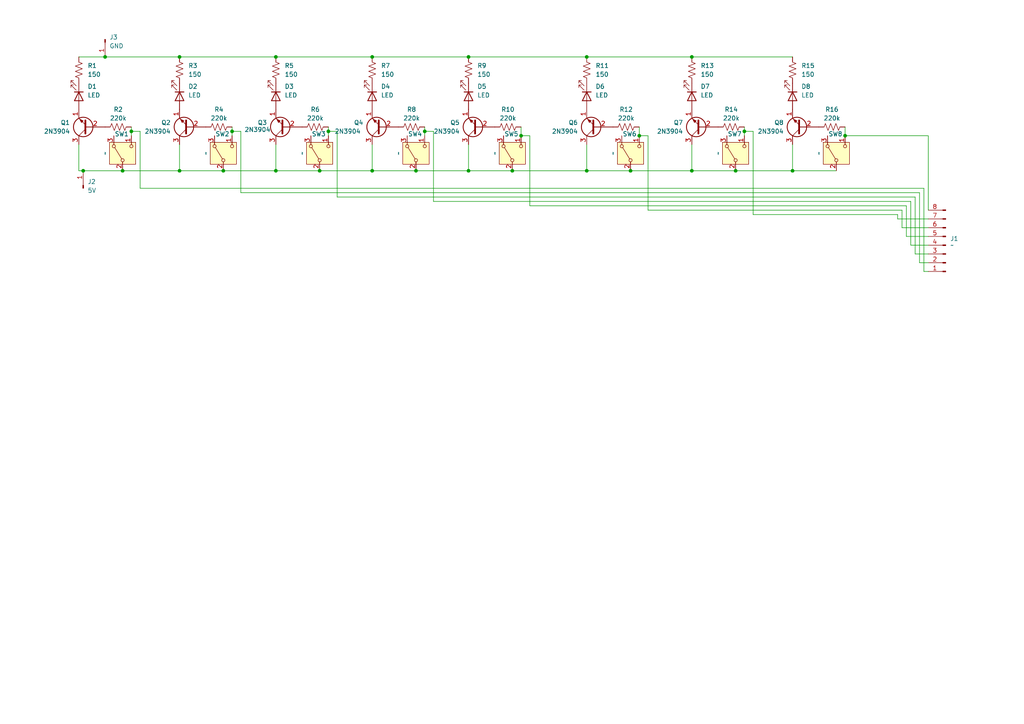
<source format=kicad_sch>
(kicad_sch (version 20231120) (generator "eeschema") (generator_version "8.0")
  (paper "A4")
  (lib_symbols
    (symbol "Connector:Conn_01x01_Pin" (pin_names (offset 1.016) hide)
      (property "Reference" "J" (at 0 2.54 0))
      (property "Value" "Conn_01x01_Pin" (at 0 -2.54 0))
      (symbol "Conn_01x01_Pin_1_1"
        (polyline (pts (xy 1.27 0) (xy 0.8636 0)) (stroke (width 0.1524)))
        (rectangle (start 0.8636 0.127) (end 0 -0.127) (stroke (width 0.1524)) (fill (type outline)))
        (pin passive line (at 5.08 0 180) (length 3.81) (name "Pin_1") (number "1"))
      )
    )
    (symbol "Connector:Conn_01x08_Pin" (pin_names (offset 1.016) hide)
      (property "Reference" "J" (at 0 10.16 0))
      (property "Value" "Conn_01x08_Pin" (at 0 -12.7 0))
      (symbol "Conn_01x08_Pin_1_1"
        (polyline (pts (xy 1.27 -10.16) (xy 0.8636 -10.16)) (stroke (width 0.1524)))
        (polyline (pts (xy 1.27 -7.62) (xy 0.8636 -7.62)) (stroke (width 0.1524)))
        (polyline (pts (xy 1.27 -5.08) (xy 0.8636 -5.08)) (stroke (width 0.1524)))
        (polyline (pts (xy 1.27 -2.54) (xy 0.8636 -2.54)) (stroke (width 0.1524)))
        (polyline (pts (xy 1.27 0) (xy 0.8636 0)) (stroke (width 0.1524)))
        (polyline (pts (xy 1.27 2.54) (xy 0.8636 2.54)) (stroke (width 0.1524)))
        (polyline (pts (xy 1.27 5.08) (xy 0.8636 5.08)) (stroke (width 0.1524)))
        (polyline (pts (xy 1.27 7.62) (xy 0.8636 7.62)) (stroke (width 0.1524)))
        (rectangle (start 0.8636 -10.033) (end 0 -10.287) (stroke (width 0.1524)) (fill (type outline)))
        (rectangle (start 0.8636 -7.493) (end 0 -7.747) (stroke (width 0.1524)) (fill (type outline)))
        (rectangle (start 0.8636 -4.953) (end 0 -5.207) (stroke (width 0.1524)) (fill (type outline)))
        (rectangle (start 0.8636 -2.413) (end 0 -2.667) (stroke (width 0.1524)) (fill (type outline)))
        (rectangle (start 0.8636 0.127) (end 0 -0.127) (stroke (width 0.1524)) (fill (type outline)))
        (rectangle (start 0.8636 2.667) (end 0 2.413) (stroke (width 0.1524)) (fill (type outline)))
        (rectangle (start 0.8636 5.207) (end 0 4.953) (stroke (width 0.1524)) (fill (type outline)))
        (rectangle (start 0.8636 7.747) (end 0 7.493) (stroke (width 0.1524)) (fill (type outline)))
        (pin passive line (at 5.08 7.62 180) (length 3.81) (name "Pin_1") (number "1"))
        (pin passive line (at 5.08 5.08 180) (length 3.81) (name "Pin_2") (number "2"))
        (pin passive line (at 5.08 2.54 180) (length 3.81) (name "Pin_3") (number "3"))
        (pin passive line (at 5.08 0 180) (length 3.81) (name "Pin_4") (number "4"))
        (pin passive line (at 5.08 -2.54 180) (length 3.81) (name "Pin_5") (number "5"))
        (pin passive line (at 5.08 -5.08 180) (length 3.81) (name "Pin_6") (number "6"))
        (pin passive line (at 5.08 -7.62 180) (length 3.81) (name "Pin_7") (number "7"))
        (pin passive line (at 5.08 -10.16 180) (length 3.81) (name "Pin_8") (number "8"))
      )
    )
    (symbol "Device:LED" (pin_numbers hide) (pin_names (offset 1.016) hide)
      (property "Reference" "D" (at 0 2.54 0))
      (property "Value" "LED" (at 0 -2.54 0))
      (symbol "LED_0_1"
        (polyline (pts (xy -1.27 -1.27) (xy -1.27 1.27)) (stroke (width 0.254)))
        (polyline (pts (xy -1.27 0) (xy 1.27 0)))
        (polyline (pts (xy 1.27 -1.27) (xy 1.27 1.27) (xy -1.27 0) (xy 1.27 -1.27)) (stroke (width 0.254)))
        (polyline (pts (xy -3.048 -0.762) (xy -4.572 -2.286) (xy -3.81 -2.286) (xy -4.572 -2.286) (xy -4.572 -1.524)))
        (polyline (pts (xy -1.778 -0.762) (xy -3.302 -2.286) (xy -2.54 -2.286) (xy -3.302 -2.286) (xy -3.302 -1.524)))
      )
      (symbol "LED_1_1"
        (pin passive line (at -3.81 0 0) (length 2.54) (name "K") (number "1"))
        (pin passive line (at 3.81 0 180) (length 2.54) (name "A") (number "2"))
      )
    )
    (symbol "Device:R_US" (pin_numbers hide) (pin_names (offset 0))
      (property "Reference" "R" (at 2.54 0 90))
      (property "Value" "R_US" (at -2.54 0 90))
      (symbol "R_US_0_1"
        (polyline (pts (xy 0 -2.286) (xy 0 -2.54)))
        (polyline (pts (xy 0 2.286) (xy 0 2.54)))
        (polyline (pts (xy 0 -0.762) (xy 1.016 -1.143) (xy 0 -1.524) (xy -1.016 -1.905) (xy 0 -2.286)))
        (polyline (pts (xy 0 0.762) (xy 1.016 0.381) (xy 0 0) (xy -1.016 -0.381) (xy 0 -0.762)))
        (polyline (pts (xy 0 2.286) (xy 1.016 1.905) (xy 0 1.524) (xy -1.016 1.143) (xy 0 0.762)))
      )
      (symbol "R_US_1_1"
        (pin passive line (at 0 3.81 270) (length 1.27) (name "~") (number "1"))
        (pin passive line (at 0 -3.81 90) (length 1.27) (name "~") (number "2"))
      )
    )
    (symbol "Switch:SW_Nidec_CAS-120A1" (pin_names (offset 1) hide)
      (property "Reference" "SW" (at 0 4.318 0))
      (property "Value" "SW_Nidec_CAS-120A1" (at 0 -5.08 0))
      (symbol "SW_Nidec_CAS-120A1_0_1"
        (circle (center -2.032 0) (radius 0.4572))
        (polyline (pts (xy -1.651 0.254) (xy 1.651 2.286)))
        (circle (center 2.032 -2.54) (radius 0.4572))
        (circle (center 2.032 2.54) (radius 0.4572))
      )
      (symbol "SW_Nidec_CAS-120A1_1_1"
        (rectangle (start -3.175 3.81) (end 3.175 -3.81) (fill (type background)))
        (pin passive line (at 5.08 -2.54 180) (length 2.54) (name "C") (number "1"))
        (pin passive line (at -5.08 0 0) (length 2.54) (name "B") (number "2"))
        (pin passive line (at 5.08 2.54 180) (length 2.54) (name "A") (number "3"))
      )
    )
    (symbol "Transistor_BJT:2N3904" (pin_names (offset 0) hide)
      (property "Reference" "Q" (at 5.08 1.905 0))
      (property "Value" "2N3904" (at 5.08 0 0))
      (symbol "2N3904_0_1"
        (polyline (pts (xy 0.635 0.635) (xy 2.54 2.54)))
        (polyline (pts (xy 0.635 -0.635) (xy 2.54 -2.54) (xy 2.54 -2.54)))
        (polyline (pts (xy 0.635 1.905) (xy 0.635 -1.905) (xy 0.635 -1.905)) (stroke (width 0.508)))
        (polyline (pts (xy 1.27 -1.778) (xy 1.778 -1.27) (xy 2.286 -2.286) (xy 1.27 -1.778) (xy 1.27 -1.778)) (fill (type outline)))
        (circle (center 1.27 0) (radius 2.8194) (stroke (width 0.254)))
      )
      (symbol "2N3904_1_1"
        (pin passive line (at 2.54 -5.08 90) (length 2.54) (name "E") (number "1"))
        (pin passive line (at -5.08 0 0) (length 5.715) (name "B") (number "2"))
        (pin passive line (at 2.54 5.08 270) (length 2.54) (name "C") (number "3"))
      )
    )
  )
  (junction (at 52.07 49.53))
  (junction (at 95.25 38.1))
  (junction (at 24.13 49.53))
  (junction (at 182.88 49.53))
  (junction (at 170.18 16.51))
  (junction (at 213.36 49.53))
  (junction (at 148.59 49.53))
  (junction (at 170.18 49.53))
  (junction (at 52.07 16.51))
  (junction (at 80.01 16.51))
  (junction (at 215.9 38.1))
  (junction (at 123.19 38.1))
  (junction (at 107.95 16.51))
  (junction (at 67.31 38.1))
  (junction (at 200.66 49.53))
  (junction (at 30.48 16.51))
  (junction (at 135.89 49.53))
  (junction (at 200.66 16.51))
  (junction (at 38.1 38.1))
  (junction (at 120.65 49.53))
  (junction (at 135.89 16.51))
  (junction (at 185.42 39.37))
  (junction (at 80.01 49.53))
  (junction (at 92.71 49.53))
  (junction (at 229.87 49.53))
  (junction (at 151.13 39.37))
  (junction (at 64.77 49.53))
  (junction (at 107.95 49.53))
  (junction (at 35.56 49.53))
  (junction (at 245.11 39.37))
  (wire (pts (xy 24.13 49.53) (xy 22.86 49.53)))
  (wire (pts (xy 107.95 41.91) (xy 107.95 49.53)))
  (wire (pts (xy 92.71 49.53) (xy 107.95 49.53)))
  (wire (pts (xy 267.97 78.74) (xy 269.24 78.74)))
  (wire (pts (xy 182.88 49.53) (xy 200.66 49.53)))
  (wire (pts (xy 38.1 38.1) (xy 38.1 36.83)))
  (wire (pts (xy 107.95 49.53) (xy 120.65 49.53)))
  (wire (pts (xy 148.59 49.53) (xy 170.18 49.53)))
  (wire (pts (xy 262.89 68.58) (xy 269.24 68.58)))
  (wire (pts (xy 262.89 59.69) (xy 262.89 68.58)))
  (wire (pts (xy 229.87 41.91) (xy 229.87 49.53)))
  (wire (pts (xy 123.19 38.1) (xy 125.73 38.1)))
  (wire (pts (xy 135.89 16.51) (xy 170.18 16.51)))
  (wire (pts (xy 22.86 16.51) (xy 30.48 16.51)))
  (wire (pts (xy 40.64 38.1) (xy 40.64 54.61)))
  (wire (pts (xy 265.43 57.15) (xy 265.43 73.66)))
  (wire (pts (xy 151.13 39.37) (xy 151.13 36.83)))
  (wire (pts (xy 218.44 62.23) (xy 260.35 62.23)))
  (wire (pts (xy 267.97 54.61) (xy 267.97 78.74)))
  (wire (pts (xy 35.56 49.53) (xy 52.07 49.53)))
  (wire (pts (xy 38.1 38.1) (xy 40.64 38.1)))
  (wire (pts (xy 97.79 38.1) (xy 97.79 57.15)))
  (wire (pts (xy 269.24 60.96) (xy 269.24 39.37)))
  (wire (pts (xy 67.31 38.1) (xy 67.31 36.83)))
  (wire (pts (xy 260.35 62.23) (xy 260.35 63.5)))
  (wire (pts (xy 95.25 38.1) (xy 97.79 38.1)))
  (wire (pts (xy 135.89 49.53) (xy 148.59 49.53)))
  (wire (pts (xy 229.87 49.53) (xy 242.57 49.53)))
  (wire (pts (xy 264.16 71.12) (xy 269.24 71.12)))
  (wire (pts (xy 187.96 60.96) (xy 261.62 60.96)))
  (wire (pts (xy 170.18 16.51) (xy 200.66 16.51)))
  (wire (pts (xy 153.67 39.37) (xy 153.67 59.69)))
  (wire (pts (xy 64.77 49.53) (xy 80.01 49.53)))
  (wire (pts (xy 200.66 41.91) (xy 200.66 49.53)))
  (wire (pts (xy 80.01 49.53) (xy 92.71 49.53)))
  (wire (pts (xy 185.42 39.37) (xy 185.42 36.83)))
  (wire (pts (xy 215.9 38.1) (xy 218.44 38.1)))
  (wire (pts (xy 52.07 16.51) (xy 80.01 16.51)))
  (wire (pts (xy 123.19 39.37) (xy 123.19 38.1)))
  (wire (pts (xy 67.31 38.1) (xy 69.85 38.1)))
  (wire (pts (xy 67.31 39.37) (xy 67.31 38.1)))
  (wire (pts (xy 187.96 39.37) (xy 187.96 60.96)))
  (wire (pts (xy 52.07 49.53) (xy 64.77 49.53)))
  (wire (pts (xy 35.56 49.53) (xy 24.13 49.53)))
  (wire (pts (xy 30.48 16.51) (xy 52.07 16.51)))
  (wire (pts (xy 218.44 38.1) (xy 218.44 62.23)))
  (wire (pts (xy 40.64 54.61) (xy 267.97 54.61)))
  (wire (pts (xy 245.11 39.37) (xy 245.11 36.83)))
  (wire (pts (xy 135.89 41.91) (xy 135.89 49.53)))
  (wire (pts (xy 269.24 39.37) (xy 245.11 39.37)))
  (wire (pts (xy 80.01 41.91) (xy 80.01 49.53)))
  (wire (pts (xy 125.73 38.1) (xy 125.73 58.42)))
  (wire (pts (xy 261.62 66.04) (xy 269.24 66.04)))
  (wire (pts (xy 200.66 49.53) (xy 213.36 49.53)))
  (wire (pts (xy 80.01 16.51) (xy 107.95 16.51)))
  (wire (pts (xy 69.85 38.1) (xy 69.85 55.88)))
  (wire (pts (xy 153.67 59.69) (xy 262.89 59.69)))
  (wire (pts (xy 266.7 76.2) (xy 269.24 76.2)))
  (wire (pts (xy 260.35 63.5) (xy 269.24 63.5)))
  (wire (pts (xy 95.25 38.1) (xy 95.25 36.83)))
  (wire (pts (xy 123.19 38.1) (xy 123.19 36.83)))
  (wire (pts (xy 264.16 58.42) (xy 264.16 71.12)))
  (wire (pts (xy 170.18 41.91) (xy 170.18 49.53)))
  (wire (pts (xy 266.7 55.88) (xy 266.7 76.2)))
  (wire (pts (xy 200.66 16.51) (xy 229.87 16.51)))
  (wire (pts (xy 261.62 60.96) (xy 261.62 66.04)))
  (wire (pts (xy 120.65 49.53) (xy 135.89 49.53)))
  (wire (pts (xy 52.07 41.91) (xy 52.07 49.53)))
  (wire (pts (xy 215.9 39.37) (xy 215.9 38.1)))
  (wire (pts (xy 22.86 49.53) (xy 22.86 41.91)))
  (wire (pts (xy 265.43 73.66) (xy 269.24 73.66)))
  (wire (pts (xy 151.13 39.37) (xy 153.67 39.37)))
  (wire (pts (xy 215.9 38.1) (xy 215.9 36.83)))
  (wire (pts (xy 185.42 39.37) (xy 187.96 39.37)))
  (wire (pts (xy 97.79 57.15) (xy 265.43 57.15)))
  (wire (pts (xy 125.73 58.42) (xy 264.16 58.42)))
  (wire (pts (xy 95.25 39.37) (xy 95.25 38.1)))
  (wire (pts (xy 69.85 55.88) (xy 266.7 55.88)))
  (wire (pts (xy 213.36 49.53) (xy 229.87 49.53)))
  (wire (pts (xy 170.18 49.53) (xy 182.88 49.53)))
  (wire (pts (xy 107.95 16.51) (xy 135.89 16.51)))
  (wire (pts (xy 38.1 39.37) (xy 38.1 38.1)))
  (symbol (lib_id "Device:R_US") (at 229.87 20.32 0) (unit 1)
    (property "Reference" "R15" (at 232.41 19.0499 0) (effects (justify left)))
    (property "Value" "150" (at 232.41 21.5899 0) (effects (justify left)))
    (property "Footprint" "Resistor_THT:R_Axial_DIN0204_L3.6mm_D1.6mm_P1.90mm_Vertical" (effects (hide yes)))
    (property "Description" "Resistor, US symbol" (effects (hide yes)))
  )
  (symbol (lib_id "Device:R_US") (at 212.09 36.83 90) (unit 1)
    (property "Reference" "R14" (at 212.09 31.75 90))
    (property "Value" "220k" (at 212.09 34.29 90))
    (property "Footprint" "Resistor_THT:R_Axial_DIN0204_L3.6mm_D1.6mm_P1.90mm_Vertical" (effects (hide yes)))
    (property "Description" "Resistor, US symbol" (effects (hide yes)))
  )
  (symbol (lib_id "Device:R_US") (at 34.29 36.83 90) (unit 1)
    (property "Reference" "R2" (at 34.29 31.75 90))
    (property "Value" "220k" (at 34.29 34.29 90))
    (property "Footprint" "Resistor_THT:R_Axial_DIN0204_L3.6mm_D1.6mm_P1.90mm_Vertical" (effects (hide yes)))
    (property "Description" "Resistor, US symbol" (effects (hide yes)))
  )
  (symbol (lib_id "Transistor_BJT:2N3904") (at 25.4 36.83 180) (unit 1)
    (property "Reference" "Q1" (at 20.32 35.5599 0) (effects (justify left)))
    (property "Value" "2N3904" (at 20.32 38.0999 0) (effects (justify left)))
    (property "Footprint" "Package_TO_SOT_THT:TO-92L_HandSolder" (effects (hide yes)))
    (property "Datasheet" "https://www.onsemi.com/pub/Collateral/2N3903-D.PDF" (effects (hide yes)))
    (property "Description" "0.2A Ic, 40V Vce, Small Signal NPN Transistor, TO-92" (effects (hide yes)))
  )
  (symbol (lib_id "Device:LED") (at 170.18 27.94 270) (unit 1)
    (property "Reference" "D6" (at 172.72 25.0824 90) (effects (justify left)))
    (property "Value" "LED" (at 172.72 27.6224 90) (effects (justify left)))
    (property "Footprint" "LED_THT:LED_D5.0mm_FlatTop" (effects (hide yes)))
    (property "Description" "Light emitting diode" (effects (hide yes)))
  )
  (symbol (lib_id "Device:R_US") (at 119.38 36.83 90) (unit 1)
    (property "Reference" "R8" (at 119.38 31.75 90))
    (property "Value" "220k" (at 119.38 34.29 90))
    (property "Footprint" "Resistor_THT:R_Axial_DIN0204_L3.6mm_D1.6mm_P1.90mm_Vertical" (effects (hide yes)))
    (property "Description" "Resistor, US symbol" (effects (hide yes)))
  )
  (symbol (lib_id "Connector:Conn_01x08_Pin") (at 274.32 71.12 180) (unit 1)
    (property "Reference" "J1" (at 275.59 69.2149 0) (effects (justify right)))
    (property "Value" "~" (at 275.59 71.12 0) (effects (justify right)))
    (property "Footprint" "Connector:Alex_8-pin" (effects (hide yes)))
    (property "Description" "Generic connector, single row, 01x08, script generated" (effects (hide yes)))
  )
  (symbol (lib_id "Transistor_BJT:2N3904") (at 138.43 36.83 180) (unit 1)
    (property "Reference" "Q5" (at 133.35 35.5599 0) (effects (justify left)))
    (property "Value" "2N3904" (at 133.35 38.0999 0) (effects (justify left)))
    (property "Footprint" "Package_TO_SOT_THT:TO-92L_HandSolder" (effects (hide yes)))
    (property "Datasheet" "https://www.onsemi.com/pub/Collateral/2N3903-D.PDF" (effects (hide yes)))
    (property "Description" "0.2A Ic, 40V Vce, Small Signal NPN Transistor, TO-92" (effects (hide yes)))
  )
  (symbol (lib_id "Device:R_US") (at 63.5 36.83 90) (unit 1)
    (property "Reference" "R4" (at 63.5 31.75 90))
    (property "Value" "220k" (at 63.5 34.29 90))
    (property "Footprint" "Resistor_THT:R_Axial_DIN0204_L3.6mm_D1.6mm_P1.90mm_Vertical" (effects (hide yes)))
    (property "Description" "Resistor, US symbol" (effects (hide yes)))
  )
  (symbol (lib_id "Transistor_BJT:2N3904") (at 172.72 36.83 180) (unit 1)
    (property "Reference" "Q6" (at 167.64 35.5599 0) (effects (justify left)))
    (property "Value" "2N3904" (at 167.64 38.0999 0) (effects (justify left)))
    (property "Footprint" "Package_TO_SOT_THT:TO-92L_HandSolder" (effects (hide yes)))
    (property "Datasheet" "https://www.onsemi.com/pub/Collateral/2N3903-D.PDF" (effects (hide yes)))
    (property "Description" "0.2A Ic, 40V Vce, Small Signal NPN Transistor, TO-92" (effects (hide yes)))
  )
  (symbol (lib_id "Connector:Conn_01x01_Pin") (at 24.13 54.61 90) (unit 1)
    (property "Reference" "J2" (at 25.4 52.7049 90) (effects (justify right)))
    (property "Value" "5V" (at 25.4 55.2449 90) (effects (justify right)))
    (property "Footprint" "TestPoint:TestPoint_Pad_D2.0mm" (effects (hide yes)))
    (property "Description" "Generic connector, single row, 01x01, script generated" (effects (hide yes)))
  )
  (symbol (lib_id "Device:R_US") (at 107.95 20.32 0) (unit 1)
    (property "Reference" "R7" (at 110.49 19.0499 0) (effects (justify left)))
    (property "Value" "150" (at 110.49 21.5899 0) (effects (justify left)))
    (property "Footprint" "Resistor_THT:R_Axial_DIN0204_L3.6mm_D1.6mm_P1.90mm_Vertical" (effects (hide yes)))
    (property "Description" "Resistor, US symbol" (effects (hide yes)))
  )
  (symbol (lib_id "Device:R_US") (at 200.66 20.32 0) (unit 1)
    (property "Reference" "R13" (at 203.2 19.0499 0) (effects (justify left)))
    (property "Value" "150" (at 203.2 21.5899 0) (effects (justify left)))
    (property "Footprint" "Resistor_THT:R_Axial_DIN0204_L3.6mm_D1.6mm_P1.90mm_Vertical" (effects (hide yes)))
    (property "Description" "Resistor, US symbol" (effects (hide yes)))
  )
  (symbol (lib_id "Transistor_BJT:2N3904") (at 110.49 36.83 180) (unit 1)
    (property "Reference" "Q4" (at 105.41 35.5599 0) (effects (justify left)))
    (property "Value" "2N3904" (at 104.648 38.1 0) (effects (justify left)))
    (property "Footprint" "Package_TO_SOT_THT:TO-92L_HandSolder" (effects (hide yes)))
    (property "Datasheet" "https://www.onsemi.com/pub/Collateral/2N3903-D.PDF" (effects (hide yes)))
    (property "Description" "0.2A Ic, 40V Vce, Small Signal NPN Transistor, TO-92" (effects (hide yes)))
  )
  (symbol (lib_id "Device:R_US") (at 22.86 20.32 0) (unit 1)
    (property "Reference" "R1" (at 25.4 19.0499 0) (effects (justify left)))
    (property "Value" "150" (at 25.4 21.5899 0) (effects (justify left)))
    (property "Footprint" "Resistor_THT:R_Axial_DIN0204_L3.6mm_D1.6mm_P1.90mm_Vertical" (effects (hide yes)))
    (property "Description" "Resistor, US symbol" (effects (hide yes)))
  )
  (symbol (lib_id "Device:R_US") (at 91.44 36.83 90) (unit 1)
    (property "Reference" "R6" (at 91.44 31.75 90))
    (property "Value" "220k" (at 91.44 34.29 90))
    (property "Footprint" "Resistor_THT:R_Axial_DIN0204_L3.6mm_D1.6mm_P1.90mm_Vertical" (effects (hide yes)))
    (property "Description" "Resistor, US symbol" (effects (hide yes)))
  )
  (symbol (lib_id "Device:R_US") (at 170.18 20.32 0) (unit 1)
    (property "Reference" "R11" (at 172.72 19.0499 0) (effects (justify left)))
    (property "Value" "150" (at 172.72 21.5899 0) (effects (justify left)))
    (property "Footprint" "Resistor_THT:R_Axial_DIN0204_L3.6mm_D1.6mm_P1.90mm_Vertical" (effects (hide yes)))
    (property "Description" "Resistor, US symbol" (effects (hide yes)))
  )
  (symbol (lib_id "Device:R_US") (at 52.07 20.32 0) (unit 1)
    (property "Reference" "R3" (at 54.61 19.0499 0) (effects (justify left)))
    (property "Value" "150" (at 54.61 21.5899 0) (effects (justify left)))
    (property "Footprint" "Resistor_THT:R_Axial_DIN0204_L3.6mm_D1.6mm_P1.90mm_Vertical" (effects (hide yes)))
    (property "Description" "Resistor, US symbol" (effects (hide yes)))
  )
  (symbol (lib_id "Switch:SW_Nidec_CAS-120A1") (at 182.88 44.45 90) (unit 1)
    (property "Reference" "SW6" (at 182.626 38.862 90))
    (property "Value" "~" (at 177.8 44.45 0))
    (property "Footprint" "Button_Switch_THT:Alex_Switch" (effects (hide yes)))
    (property "Datasheet" "https://www.nidec-components.com/e/catalog/switch/cas.pdf" (effects (hide yes)))
    (property "Description" "Switch, single pole double throw" (effects (hide yes)))
  )
  (symbol (lib_id "Transistor_BJT:2N3904") (at 54.61 36.83 180) (unit 1)
    (property "Reference" "Q2" (at 49.53 35.5599 0) (effects (justify left)))
    (property "Value" "2N3904" (at 49.53 38.0999 0) (effects (justify left)))
    (property "Footprint" "Package_TO_SOT_THT:TO-92L_HandSolder" (effects (hide yes)))
    (property "Datasheet" "https://www.onsemi.com/pub/Collateral/2N3903-D.PDF" (effects (hide yes)))
    (property "Description" "0.2A Ic, 40V Vce, Small Signal NPN Transistor, TO-92" (effects (hide yes)))
  )
  (symbol (lib_id "Device:LED") (at 229.87 27.94 270) (unit 1)
    (property "Reference" "D8" (at 232.41 25.0824 90) (effects (justify left)))
    (property "Value" "LED" (at 232.41 27.6224 90) (effects (justify left)))
    (property "Footprint" "LED_THT:LED_D5.0mm_FlatTop" (effects (hide yes)))
    (property "Description" "Light emitting diode" (effects (hide yes)))
  )
  (symbol (lib_id "Device:LED") (at 200.66 27.94 270) (unit 1)
    (property "Reference" "D7" (at 203.2 25.0824 90) (effects (justify left)))
    (property "Value" "LED" (at 203.2 27.6224 90) (effects (justify left)))
    (property "Footprint" "LED_THT:LED_D5.0mm_FlatTop" (effects (hide yes)))
    (property "Description" "Light emitting diode" (effects (hide yes)))
  )
  (symbol (lib_id "Device:LED") (at 107.95 27.94 270) (unit 1)
    (property "Reference" "D4" (at 110.49 25.0824 90) (effects (justify left)))
    (property "Value" "LED" (at 110.49 27.6224 90) (effects (justify left)))
    (property "Footprint" "LED_THT:LED_D5.0mm_FlatTop" (effects (hide yes)))
    (property "Description" "Light emitting diode" (effects (hide yes)))
  )
  (symbol (lib_id "Device:LED") (at 80.01 27.94 270) (unit 1)
    (property "Reference" "D3" (at 82.55 25.0824 90) (effects (justify left)))
    (property "Value" "LED" (at 82.55 27.6224 90) (effects (justify left)))
    (property "Footprint" "LED_THT:LED_D5.0mm_FlatTop" (effects (hide yes)))
    (property "Description" "Light emitting diode" (effects (hide yes)))
  )
  (symbol (lib_id "Transistor_BJT:2N3904") (at 82.55 36.83 180) (unit 1)
    (property "Reference" "Q3" (at 77.47 35.5599 0) (effects (justify left)))
    (property "Value" "2N3904" (at 78.486 37.592 0) (effects (justify left)))
    (property "Footprint" "Package_TO_SOT_THT:TO-92L_HandSolder" (effects (hide yes)))
    (property "Datasheet" "https://www.onsemi.com/pub/Collateral/2N3903-D.PDF" (effects (hide yes)))
    (property "Description" "0.2A Ic, 40V Vce, Small Signal NPN Transistor, TO-92" (effects (hide yes)))
  )
  (symbol (lib_id "Switch:SW_Nidec_CAS-120A1") (at 64.77 44.45 90) (unit 1)
    (property "Reference" "SW2" (at 64.516 38.862 90))
    (property "Value" "~" (at 59.69 44.45 0))
    (property "Footprint" "Button_Switch_THT:Alex_Switch" (effects (hide yes)))
    (property "Datasheet" "https://www.nidec-components.com/e/catalog/switch/cas.pdf" (effects (hide yes)))
    (property "Description" "Switch, single pole double throw" (effects (hide yes)))
  )
  (symbol (lib_id "Device:R_US") (at 135.89 20.32 0) (unit 1)
    (property "Reference" "R9" (at 138.43 19.0499 0) (effects (justify left)))
    (property "Value" "150" (at 138.43 21.5899 0) (effects (justify left)))
    (property "Footprint" "Resistor_THT:R_Axial_DIN0204_L3.6mm_D1.6mm_P1.90mm_Vertical" (effects (hide yes)))
    (property "Description" "Resistor, US symbol" (effects (hide yes)))
  )
  (symbol (lib_id "Device:R_US") (at 181.61 36.83 90) (unit 1)
    (property "Reference" "R12" (at 181.61 31.75 90))
    (property "Value" "220k" (at 181.61 34.29 90))
    (property "Footprint" "Resistor_THT:R_Axial_DIN0204_L3.6mm_D1.6mm_P1.90mm_Vertical" (effects (hide yes)))
    (property "Description" "Resistor, US symbol" (effects (hide yes)))
  )
  (symbol (lib_id "Device:LED") (at 22.86 27.94 270) (unit 1)
    (property "Reference" "D1" (at 25.4 25.0824 90) (effects (justify left)))
    (property "Value" "LED" (at 25.4 27.6224 90) (effects (justify left)))
    (property "Footprint" "LED_THT:LED_D5.0mm_FlatTop" (effects (hide yes)))
    (property "Description" "Light emitting diode" (effects (hide yes)))
  )
  (symbol (lib_id "Switch:SW_Nidec_CAS-120A1") (at 35.56 44.45 90) (unit 1)
    (property "Reference" "SW1" (at 35.306 38.862 90))
    (property "Value" "~" (at 30.48 44.45 0))
    (property "Footprint" "Button_Switch_THT:Alex_Switch" (effects (hide yes)))
    (property "Datasheet" "https://www.nidec-components.com/e/catalog/switch/cas.pdf" (effects (hide yes)))
    (property "Description" "Switch, single pole double throw" (effects (hide yes)))
  )
  (symbol (lib_id "Device:R_US") (at 80.01 20.32 0) (unit 1)
    (property "Reference" "R5" (at 82.55 19.0499 0) (effects (justify left)))
    (property "Value" "150" (at 82.55 21.5899 0) (effects (justify left)))
    (property "Footprint" "Resistor_THT:R_Axial_DIN0204_L3.6mm_D1.6mm_P1.90mm_Vertical" (effects (hide yes)))
    (property "Description" "Resistor, US symbol" (effects (hide yes)))
  )
  (symbol (lib_id "Device:R_US") (at 147.32 36.83 90) (unit 1)
    (property "Reference" "R10" (at 147.32 31.75 90))
    (property "Value" "220k" (at 147.32 34.29 90))
    (property "Footprint" "Resistor_THT:R_Axial_DIN0204_L3.6mm_D1.6mm_P1.90mm_Vertical" (effects (hide yes)))
    (property "Description" "Resistor, US symbol" (effects (hide yes)))
  )
  (symbol (lib_id "Switch:SW_Nidec_CAS-120A1") (at 148.59 44.45 90) (unit 1)
    (property "Reference" "SW5" (at 148.336 38.862 90))
    (property "Value" "~" (at 143.51 44.45 0))
    (property "Footprint" "Button_Switch_THT:Alex_Switch" (effects (hide yes)))
    (property "Datasheet" "https://www.nidec-components.com/e/catalog/switch/cas.pdf" (effects (hide yes)))
    (property "Description" "Switch, single pole double throw" (effects (hide yes)))
  )
  (symbol (lib_id "Device:LED") (at 52.07 27.94 270) (unit 1)
    (property "Reference" "D2" (at 54.61 25.0824 90) (effects (justify left)))
    (property "Value" "LED" (at 54.61 27.6224 90) (effects (justify left)))
    (property "Footprint" "LED_THT:LED_D5.0mm_FlatTop" (effects (hide yes)))
    (property "Description" "Light emitting diode" (effects (hide yes)))
  )
  (symbol (lib_id "Device:LED") (at 135.89 27.94 270) (unit 1)
    (property "Reference" "D5" (at 138.43 25.0824 90) (effects (justify left)))
    (property "Value" "LED" (at 138.43 27.6224 90) (effects (justify left)))
    (property "Footprint" "LED_THT:LED_D5.0mm_FlatTop" (effects (hide yes)))
    (property "Description" "Light emitting diode" (effects (hide yes)))
  )
  (symbol (lib_id "Connector:Conn_01x01_Pin") (at 30.48 11.43 270) (unit 1)
    (property "Reference" "J3" (at 31.75 10.7949 90) (effects (justify left)))
    (property "Value" "GND" (at 31.75 13.3349 90) (effects (justify left)))
    (property "Footprint" "TestPoint:TestPoint_Pad_D2.0mm" (effects (hide yes)))
    (property "Description" "Generic connector, single row, 01x01, script generated" (effects (hide yes)))
  )
  (symbol (lib_id "Switch:SW_Nidec_CAS-120A1") (at 120.65 44.45 90) (unit 1)
    (property "Reference" "SW4" (at 120.396 38.862 90))
    (property "Value" "~" (at 115.57 44.45 0))
    (property "Footprint" "Button_Switch_THT:Alex_Switch" (effects (hide yes)))
    (property "Datasheet" "https://www.nidec-components.com/e/catalog/switch/cas.pdf" (effects (hide yes)))
    (property "Description" "Switch, single pole double throw" (effects (hide yes)))
  )
  (symbol (lib_id "Transistor_BJT:2N3904") (at 203.2 36.83 180) (unit 1)
    (property "Reference" "Q7" (at 198.12 35.5599 0) (effects (justify left)))
    (property "Value" "2N3904" (at 198.12 38.0999 0) (effects (justify left)))
    (property "Footprint" "Package_TO_SOT_THT:TO-92L_HandSolder" (effects (hide yes)))
    (property "Datasheet" "https://www.onsemi.com/pub/Collateral/2N3903-D.PDF" (effects (hide yes)))
    (property "Description" "0.2A Ic, 40V Vce, Small Signal NPN Transistor, TO-92" (effects (hide yes)))
  )
  (symbol (lib_id "Switch:SW_Nidec_CAS-120A1") (at 242.57 44.45 90) (unit 1)
    (property "Reference" "SW8" (at 242.316 38.862 90))
    (property "Value" "~" (at 237.49 44.45 0))
    (property "Footprint" "Button_Switch_THT:Alex_Switch" (effects (hide yes)))
    (property "Datasheet" "https://www.nidec-components.com/e/catalog/switch/cas.pdf" (effects (hide yes)))
    (property "Description" "Switch, single pole double throw" (effects (hide yes)))
  )
  (symbol (lib_id "Transistor_BJT:2N3904") (at 232.41 36.83 180) (unit 1)
    (property "Reference" "Q8" (at 227.33 35.5599 0) (effects (justify left)))
    (property "Value" "2N3904" (at 227.33 38.0999 0) (effects (justify left)))
    (property "Footprint" "Package_TO_SOT_THT:TO-92L_HandSolder" (effects (hide yes)))
    (property "Datasheet" "https://www.onsemi.com/pub/Collateral/2N3903-D.PDF" (effects (hide yes)))
    (property "Description" "0.2A Ic, 40V Vce, Small Signal NPN Transistor, TO-92" (effects (hide yes)))
  )
  (symbol (lib_id "Switch:SW_Nidec_CAS-120A1") (at 92.71 44.45 90) (unit 1)
    (property "Reference" "SW3" (at 92.456 38.862 90))
    (property "Value" "~" (at 87.63 44.45 0))
    (property "Footprint" "Button_Switch_THT:Alex_Switch" (effects (hide yes)))
    (property "Datasheet" "https://www.nidec-components.com/e/catalog/switch/cas.pdf" (effects (hide yes)))
    (property "Description" "Switch, single pole double throw" (effects (hide yes)))
  )
  (symbol (lib_id "Device:R_US") (at 241.3 36.83 90) (unit 1)
    (property "Reference" "R16" (at 241.3 31.75 90))
    (property "Value" "220k" (at 241.3 34.29 90))
    (property "Footprint" "Resistor_THT:R_Axial_DIN0204_L3.6mm_D1.6mm_P1.90mm_Vertical" (effects (hide yes)))
    (property "Description" "Resistor, US symbol" (effects (hide yes)))
  )
  (symbol (lib_id "Switch:SW_Nidec_CAS-120A1") (at 213.36 44.45 90) (unit 1)
    (property "Reference" "SW7" (at 213.106 38.862 90))
    (property "Value" "~" (at 208.28 44.45 0))
    (property "Footprint" "Button_Switch_THT:Alex_Switch" (effects (hide yes)))
    (property "Datasheet" "https://www.nidec-components.com/e/catalog/switch/cas.pdf" (effects (hide yes)))
    (property "Description" "Switch, single pole double throw" (effects (hide yes)))
  )
)
</source>
